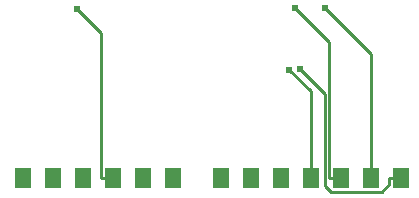
<source format=gbl>
G04 Layer: BottomLayer*
G04 EasyEDA v6.5.13, 2022-08-17 10:47:09*
G04 b7dc3e68d0514606a91ca319f37642e0,153482dac41149f1974aef67bcea995d,10*
G04 Gerber Generator version 0.2*
G04 Scale: 100 percent, Rotated: No, Reflected: No *
G04 Dimensions in millimeters *
G04 leading zeros omitted , absolute positions ,4 integer and 5 decimal *
%FSLAX45Y45*%
%MOMM*%

%AMMACRO1*21,1,$1,$2,0,0,$3*%
%ADD10C,0.2540*%
%ADD11MACRO1,1.7066X1.4224X90.0000*%
%ADD12MACRO1,1.7066X1.4221X90.0000*%
%ADD13MACRO1,1.7069X1.4221X90.0000*%
%ADD14R,1.4224X1.7069*%
%ADD15C,0.6100*%

%LPD*%
D10*
X2904637Y1174173D02*
G01*
X3088203Y990607D01*
X3088203Y254007D01*
X3243168Y254007D02*
G01*
X3243168Y1410469D01*
X2954522Y1699115D01*
X3342203Y254007D02*
G01*
X3243168Y254007D01*
X3596203Y254007D02*
G01*
X3596203Y1303078D01*
X3203315Y1695965D01*
X1106368Y1691901D02*
G01*
X1312768Y1485501D01*
X1312768Y254007D01*
X1411803Y254007D02*
G01*
X1312768Y254007D01*
X3751168Y254007D02*
G01*
X3751168Y204503D01*
X3687236Y140571D01*
X3253988Y140571D01*
X3202376Y192184D01*
X3202376Y970617D01*
X2996636Y1176357D01*
X3850203Y254007D02*
G01*
X3751168Y254007D01*
D11*
G01*
X1919795Y253987D03*
G01*
X1665795Y253987D03*
G01*
X1411795Y253987D03*
D12*
G01*
X1157808Y253987D03*
G01*
X903808Y253987D03*
D13*
G01*
X649808Y254000D03*
D14*
G01*
X3850195Y254000D03*
G01*
X3596195Y254000D03*
G01*
X3342195Y254000D03*
G01*
X3088195Y254000D03*
G01*
X2834195Y254000D03*
G01*
X2580195Y254000D03*
D11*
G01*
X2326195Y253987D03*
D15*
G01*
X2996636Y1176357D03*
G01*
X1106368Y1691901D03*
G01*
X3203315Y1695965D03*
G01*
X2954522Y1699115D03*
G01*
X2904637Y1174173D03*
M02*

</source>
